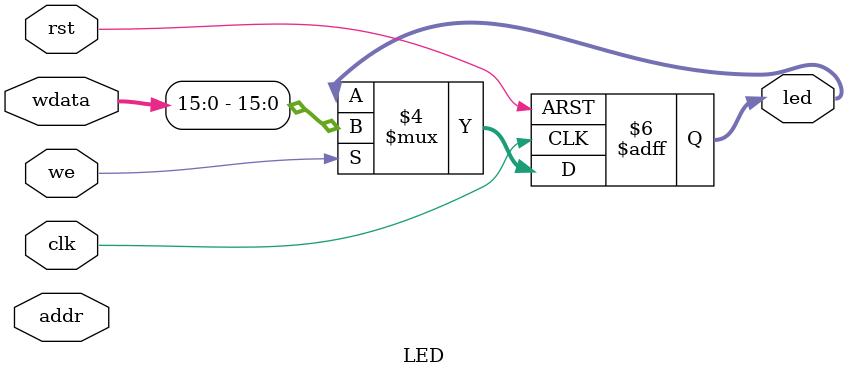
<source format=v>
`timescale 1ns / 1ps

module LED(
    input wire        rst,
    input wire        clk,
    input wire [31:0] addr,
    input wire        we,
    input wire [31:0] wdata,
    output reg [15:0] led
);

    always @(posedge clk or posedge rst) begin
        if(rst) led <= 16'd0;
        else if(~we) led <= led;
        else led <= wdata[15:0];
    end

endmodule
</source>
